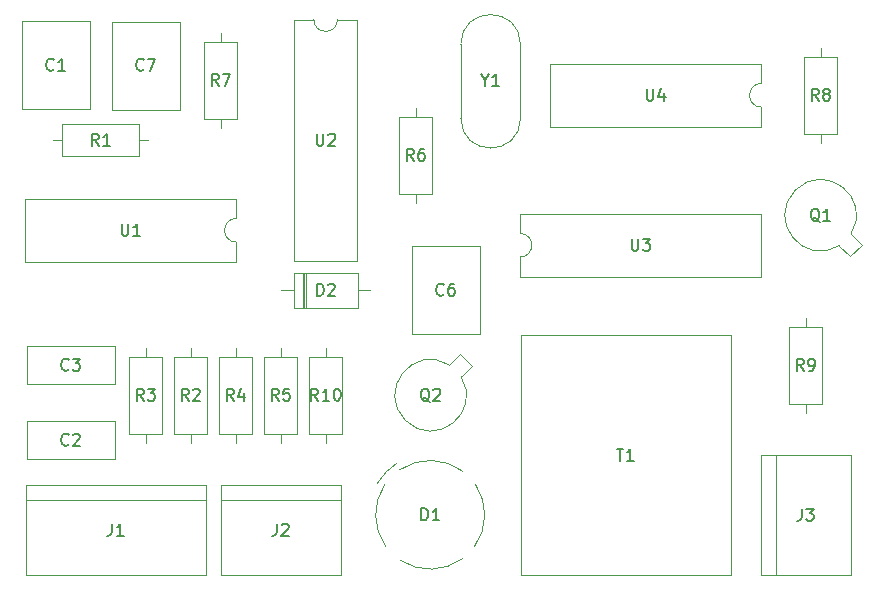
<source format=gbr>
%TF.GenerationSoftware,KiCad,Pcbnew,5.1.12-84ad8e8a86~92~ubuntu20.04.1*%
%TF.CreationDate,2022-03-12T13:00:31+01:00*%
%TF.ProjectId,DTMF 1,44544d46-2031-42e6-9b69-6361645f7063,rev?*%
%TF.SameCoordinates,Original*%
%TF.FileFunction,Legend,Top*%
%TF.FilePolarity,Positive*%
%FSLAX46Y46*%
G04 Gerber Fmt 4.6, Leading zero omitted, Abs format (unit mm)*
G04 Created by KiCad (PCBNEW 5.1.12-84ad8e8a86~92~ubuntu20.04.1) date 2022-03-12 13:00:31*
%MOMM*%
%LPD*%
G01*
G04 APERTURE LIST*
%ADD10C,0.120000*%
%ADD11C,0.150000*%
G04 APERTURE END LIST*
D10*
%TO.C,U1*%
X95310000Y-73770000D02*
X95310000Y-72120000D01*
X77410000Y-73770000D02*
X95310000Y-73770000D01*
X77410000Y-68470000D02*
X77410000Y-73770000D01*
X95310000Y-68470000D02*
X77410000Y-68470000D01*
X95310000Y-70120000D02*
X95310000Y-68470000D01*
X95310000Y-72120000D02*
G75*
G02*
X95310000Y-70120000I0J1000000D01*
G01*
%TO.C,Q1*%
X148264448Y-72344499D02*
X147352281Y-71432331D01*
X147274499Y-73334448D02*
X148264448Y-72344499D01*
X146362331Y-72422281D02*
X147274499Y-73334448D01*
X147352150Y-71432544D02*
G75*
G03*
X146362331Y-72422281I-2572150J1582544D01*
G01*
%TO.C,U2*%
X105520000Y-53280000D02*
X103870000Y-53280000D01*
X105520000Y-73720000D02*
X105520000Y-53280000D01*
X100220000Y-73720000D02*
X105520000Y-73720000D01*
X100220000Y-53280000D02*
X100220000Y-73720000D01*
X101870000Y-53280000D02*
X100220000Y-53280000D01*
X103870000Y-53280000D02*
G75*
G02*
X101870000Y-53280000I-1000000J0D01*
G01*
%TO.C,Y1*%
X119365000Y-61635000D02*
X119365000Y-55385000D01*
X114315000Y-61635000D02*
X114315000Y-55385000D01*
X119365000Y-55385000D02*
G75*
G03*
X114315000Y-55385000I-2525000J0D01*
G01*
X119365000Y-61635000D02*
G75*
G02*
X114315000Y-61635000I-2525000J0D01*
G01*
%TO.C,U4*%
X139760000Y-62340000D02*
X139760000Y-60690000D01*
X121860000Y-62340000D02*
X139760000Y-62340000D01*
X121860000Y-57040000D02*
X121860000Y-62340000D01*
X139760000Y-57040000D02*
X121860000Y-57040000D01*
X139760000Y-58690000D02*
X139760000Y-57040000D01*
X139760000Y-60690000D02*
G75*
G02*
X139760000Y-58690000I0J1000000D01*
G01*
%TO.C,U3*%
X119320000Y-69740000D02*
X119320000Y-71390000D01*
X139760000Y-69740000D02*
X119320000Y-69740000D01*
X139760000Y-75040000D02*
X139760000Y-69740000D01*
X119320000Y-75040000D02*
X139760000Y-75040000D01*
X119320000Y-73390000D02*
X119320000Y-75040000D01*
X119320000Y-71390000D02*
G75*
G02*
X119320000Y-73390000I0J-1000000D01*
G01*
%TO.C,T1*%
X119380000Y-80010000D02*
X137160000Y-80010000D01*
X137160000Y-80010000D02*
X137160000Y-100330000D01*
X137160000Y-100330000D02*
X119380000Y-100330000D01*
X119380000Y-100330000D02*
X119380000Y-80010000D01*
%TO.C,R10*%
X102870000Y-81050000D02*
X102870000Y-81820000D01*
X102870000Y-89130000D02*
X102870000Y-88360000D01*
X101500000Y-81820000D02*
X101500000Y-88360000D01*
X104240000Y-81820000D02*
X101500000Y-81820000D01*
X104240000Y-88360000D02*
X104240000Y-81820000D01*
X101500000Y-88360000D02*
X104240000Y-88360000D01*
%TO.C,R9*%
X143510000Y-78510000D02*
X143510000Y-79280000D01*
X143510000Y-86590000D02*
X143510000Y-85820000D01*
X142140000Y-79280000D02*
X142140000Y-85820000D01*
X144880000Y-79280000D02*
X142140000Y-79280000D01*
X144880000Y-85820000D02*
X144880000Y-79280000D01*
X142140000Y-85820000D02*
X144880000Y-85820000D01*
%TO.C,R8*%
X144780000Y-55650000D02*
X144780000Y-56420000D01*
X144780000Y-63730000D02*
X144780000Y-62960000D01*
X143410000Y-56420000D02*
X143410000Y-62960000D01*
X146150000Y-56420000D02*
X143410000Y-56420000D01*
X146150000Y-62960000D02*
X146150000Y-56420000D01*
X143410000Y-62960000D02*
X146150000Y-62960000D01*
%TO.C,R7*%
X93980000Y-54380000D02*
X93980000Y-55150000D01*
X93980000Y-62460000D02*
X93980000Y-61690000D01*
X92610000Y-55150000D02*
X92610000Y-61690000D01*
X95350000Y-55150000D02*
X92610000Y-55150000D01*
X95350000Y-61690000D02*
X95350000Y-55150000D01*
X92610000Y-61690000D02*
X95350000Y-61690000D01*
%TO.C,R6*%
X110490000Y-68810000D02*
X110490000Y-68040000D01*
X110490000Y-60730000D02*
X110490000Y-61500000D01*
X111860000Y-68040000D02*
X111860000Y-61500000D01*
X109120000Y-68040000D02*
X111860000Y-68040000D01*
X109120000Y-61500000D02*
X109120000Y-68040000D01*
X111860000Y-61500000D02*
X109120000Y-61500000D01*
%TO.C,R5*%
X99060000Y-89130000D02*
X99060000Y-88360000D01*
X99060000Y-81050000D02*
X99060000Y-81820000D01*
X100430000Y-88360000D02*
X100430000Y-81820000D01*
X97690000Y-88360000D02*
X100430000Y-88360000D01*
X97690000Y-81820000D02*
X97690000Y-88360000D01*
X100430000Y-81820000D02*
X97690000Y-81820000D01*
%TO.C,R4*%
X95250000Y-89130000D02*
X95250000Y-88360000D01*
X95250000Y-81050000D02*
X95250000Y-81820000D01*
X96620000Y-88360000D02*
X96620000Y-81820000D01*
X93880000Y-88360000D02*
X96620000Y-88360000D01*
X93880000Y-81820000D02*
X93880000Y-88360000D01*
X96620000Y-81820000D02*
X93880000Y-81820000D01*
%TO.C,R3*%
X87630000Y-89130000D02*
X87630000Y-88360000D01*
X87630000Y-81050000D02*
X87630000Y-81820000D01*
X89000000Y-88360000D02*
X89000000Y-81820000D01*
X86260000Y-88360000D02*
X89000000Y-88360000D01*
X86260000Y-81820000D02*
X86260000Y-88360000D01*
X89000000Y-81820000D02*
X86260000Y-81820000D01*
%TO.C,R2*%
X91440000Y-89130000D02*
X91440000Y-88360000D01*
X91440000Y-81050000D02*
X91440000Y-81820000D01*
X92810000Y-88360000D02*
X92810000Y-81820000D01*
X90070000Y-88360000D02*
X92810000Y-88360000D01*
X90070000Y-81820000D02*
X90070000Y-88360000D01*
X92810000Y-81820000D02*
X90070000Y-81820000D01*
%TO.C,R1*%
X79780000Y-63500000D02*
X80550000Y-63500000D01*
X87860000Y-63500000D02*
X87090000Y-63500000D01*
X80550000Y-64870000D02*
X87090000Y-64870000D01*
X80550000Y-62130000D02*
X80550000Y-64870000D01*
X87090000Y-62130000D02*
X80550000Y-62130000D01*
X87090000Y-64870000D02*
X87090000Y-62130000D01*
%TO.C,Q2*%
X114254499Y-81605552D02*
X113342331Y-82517719D01*
X115244448Y-82595501D02*
X114254499Y-81605552D01*
X114332281Y-83507669D02*
X115244448Y-82595501D01*
X113342544Y-82517850D02*
G75*
G03*
X114332281Y-83507669I-1582544J-2572150D01*
G01*
%TO.C,J3*%
X139700000Y-90170000D02*
X139700000Y-100330000D01*
X147320000Y-90170000D02*
X139700000Y-90170000D01*
X147320000Y-100330000D02*
X147320000Y-90170000D01*
X139700000Y-100330000D02*
X147320000Y-100330000D01*
X140970000Y-100330000D02*
X140970000Y-90170000D01*
%TO.C,J2*%
X104140000Y-92710000D02*
X93980000Y-92710000D01*
X104140000Y-100330000D02*
X104140000Y-92710000D01*
X93980000Y-100330000D02*
X104140000Y-100330000D01*
X93980000Y-92710000D02*
X93980000Y-100330000D01*
X93980000Y-93980000D02*
X104140000Y-93980000D01*
%TO.C,J1*%
X92710000Y-92710000D02*
X92710000Y-100330000D01*
X77470000Y-92710000D02*
X77470000Y-100330000D01*
X92710000Y-93980000D02*
X77470000Y-93980000D01*
X92710000Y-100330000D02*
X77470000Y-100330000D01*
X92710000Y-92710000D02*
X77470000Y-92710000D01*
%TO.C,D2*%
X100930000Y-74730000D02*
X100930000Y-77670000D01*
X101170000Y-74730000D02*
X101170000Y-77670000D01*
X101050000Y-74730000D02*
X101050000Y-77670000D01*
X106610000Y-76200000D02*
X105590000Y-76200000D01*
X99130000Y-76200000D02*
X100150000Y-76200000D01*
X105590000Y-74730000D02*
X100150000Y-74730000D01*
X105590000Y-77670000D02*
X105590000Y-74730000D01*
X100150000Y-77670000D02*
X105590000Y-77670000D01*
X100150000Y-74730000D02*
X100150000Y-77670000D01*
%TO.C,D1*%
X114474731Y-91520629D02*
G75*
G03*
X109120000Y-91410000I-2754731J-3689371D01*
G01*
X115467584Y-97908261D02*
G75*
G03*
X115570000Y-92660000I-3747584J2698261D01*
G01*
X109228533Y-99088800D02*
G75*
G03*
X114470000Y-98910000I2491467J3878800D01*
G01*
X107890569Y-92623891D02*
G75*
G03*
X107970000Y-97910000I3829431J-2586109D01*
G01*
X107265513Y-92526243D02*
G75*
G02*
X108870000Y-90860000I4454487J-2683757D01*
G01*
%TO.C,C7*%
X84760000Y-53470000D02*
X90500000Y-53470000D01*
X84760000Y-60910000D02*
X90500000Y-60910000D01*
X90500000Y-60910000D02*
X90500000Y-53470000D01*
X84760000Y-60910000D02*
X84760000Y-53470000D01*
%TO.C,C6*%
X115900000Y-79880000D02*
X110160000Y-79880000D01*
X115900000Y-72440000D02*
X110160000Y-72440000D01*
X110160000Y-72440000D02*
X110160000Y-79880000D01*
X115900000Y-72440000D02*
X115900000Y-79880000D01*
%TO.C,C3*%
X77600000Y-84170000D02*
X77600000Y-80930000D01*
X85040000Y-84170000D02*
X85040000Y-80930000D01*
X85040000Y-80930000D02*
X77600000Y-80930000D01*
X85040000Y-84170000D02*
X77600000Y-84170000D01*
%TO.C,C2*%
X77600000Y-90520000D02*
X77600000Y-87280000D01*
X85040000Y-90520000D02*
X85040000Y-87280000D01*
X85040000Y-87280000D02*
X77600000Y-87280000D01*
X85040000Y-90520000D02*
X77600000Y-90520000D01*
%TO.C,C1*%
X82880000Y-60830000D02*
X77140000Y-60830000D01*
X82880000Y-53390000D02*
X77140000Y-53390000D01*
X77140000Y-53390000D02*
X77140000Y-60830000D01*
X82880000Y-53390000D02*
X82880000Y-60830000D01*
%TO.C,U1*%
D11*
X85598095Y-70572380D02*
X85598095Y-71381904D01*
X85645714Y-71477142D01*
X85693333Y-71524761D01*
X85788571Y-71572380D01*
X85979047Y-71572380D01*
X86074285Y-71524761D01*
X86121904Y-71477142D01*
X86169523Y-71381904D01*
X86169523Y-70572380D01*
X87169523Y-71572380D02*
X86598095Y-71572380D01*
X86883809Y-71572380D02*
X86883809Y-70572380D01*
X86788571Y-70715238D01*
X86693333Y-70810476D01*
X86598095Y-70858095D01*
%TO.C,Q1*%
X144684761Y-70397619D02*
X144589523Y-70350000D01*
X144494285Y-70254761D01*
X144351428Y-70111904D01*
X144256190Y-70064285D01*
X144160952Y-70064285D01*
X144208571Y-70302380D02*
X144113333Y-70254761D01*
X144018095Y-70159523D01*
X143970476Y-69969047D01*
X143970476Y-69635714D01*
X144018095Y-69445238D01*
X144113333Y-69350000D01*
X144208571Y-69302380D01*
X144399047Y-69302380D01*
X144494285Y-69350000D01*
X144589523Y-69445238D01*
X144637142Y-69635714D01*
X144637142Y-69969047D01*
X144589523Y-70159523D01*
X144494285Y-70254761D01*
X144399047Y-70302380D01*
X144208571Y-70302380D01*
X145589523Y-70302380D02*
X145018095Y-70302380D01*
X145303809Y-70302380D02*
X145303809Y-69302380D01*
X145208571Y-69445238D01*
X145113333Y-69540476D01*
X145018095Y-69588095D01*
%TO.C,U2*%
X102108095Y-62952380D02*
X102108095Y-63761904D01*
X102155714Y-63857142D01*
X102203333Y-63904761D01*
X102298571Y-63952380D01*
X102489047Y-63952380D01*
X102584285Y-63904761D01*
X102631904Y-63857142D01*
X102679523Y-63761904D01*
X102679523Y-62952380D01*
X103108095Y-63047619D02*
X103155714Y-63000000D01*
X103250952Y-62952380D01*
X103489047Y-62952380D01*
X103584285Y-63000000D01*
X103631904Y-63047619D01*
X103679523Y-63142857D01*
X103679523Y-63238095D01*
X103631904Y-63380952D01*
X103060476Y-63952380D01*
X103679523Y-63952380D01*
%TO.C,Y1*%
X116363809Y-58396190D02*
X116363809Y-58872380D01*
X116030476Y-57872380D02*
X116363809Y-58396190D01*
X116697142Y-57872380D01*
X117554285Y-58872380D02*
X116982857Y-58872380D01*
X117268571Y-58872380D02*
X117268571Y-57872380D01*
X117173333Y-58015238D01*
X117078095Y-58110476D01*
X116982857Y-58158095D01*
%TO.C,U4*%
X130048095Y-59142380D02*
X130048095Y-59951904D01*
X130095714Y-60047142D01*
X130143333Y-60094761D01*
X130238571Y-60142380D01*
X130429047Y-60142380D01*
X130524285Y-60094761D01*
X130571904Y-60047142D01*
X130619523Y-59951904D01*
X130619523Y-59142380D01*
X131524285Y-59475714D02*
X131524285Y-60142380D01*
X131286190Y-59094761D02*
X131048095Y-59809047D01*
X131667142Y-59809047D01*
%TO.C,U3*%
X128778095Y-71842380D02*
X128778095Y-72651904D01*
X128825714Y-72747142D01*
X128873333Y-72794761D01*
X128968571Y-72842380D01*
X129159047Y-72842380D01*
X129254285Y-72794761D01*
X129301904Y-72747142D01*
X129349523Y-72651904D01*
X129349523Y-71842380D01*
X129730476Y-71842380D02*
X130349523Y-71842380D01*
X130016190Y-72223333D01*
X130159047Y-72223333D01*
X130254285Y-72270952D01*
X130301904Y-72318571D01*
X130349523Y-72413809D01*
X130349523Y-72651904D01*
X130301904Y-72747142D01*
X130254285Y-72794761D01*
X130159047Y-72842380D01*
X129873333Y-72842380D01*
X129778095Y-72794761D01*
X129730476Y-72747142D01*
%TO.C,T1*%
X127508095Y-89622380D02*
X128079523Y-89622380D01*
X127793809Y-90622380D02*
X127793809Y-89622380D01*
X128936666Y-90622380D02*
X128365238Y-90622380D01*
X128650952Y-90622380D02*
X128650952Y-89622380D01*
X128555714Y-89765238D01*
X128460476Y-89860476D01*
X128365238Y-89908095D01*
%TO.C,R10*%
X102227142Y-85542380D02*
X101893809Y-85066190D01*
X101655714Y-85542380D02*
X101655714Y-84542380D01*
X102036666Y-84542380D01*
X102131904Y-84590000D01*
X102179523Y-84637619D01*
X102227142Y-84732857D01*
X102227142Y-84875714D01*
X102179523Y-84970952D01*
X102131904Y-85018571D01*
X102036666Y-85066190D01*
X101655714Y-85066190D01*
X103179523Y-85542380D02*
X102608095Y-85542380D01*
X102893809Y-85542380D02*
X102893809Y-84542380D01*
X102798571Y-84685238D01*
X102703333Y-84780476D01*
X102608095Y-84828095D01*
X103798571Y-84542380D02*
X103893809Y-84542380D01*
X103989047Y-84590000D01*
X104036666Y-84637619D01*
X104084285Y-84732857D01*
X104131904Y-84923333D01*
X104131904Y-85161428D01*
X104084285Y-85351904D01*
X104036666Y-85447142D01*
X103989047Y-85494761D01*
X103893809Y-85542380D01*
X103798571Y-85542380D01*
X103703333Y-85494761D01*
X103655714Y-85447142D01*
X103608095Y-85351904D01*
X103560476Y-85161428D01*
X103560476Y-84923333D01*
X103608095Y-84732857D01*
X103655714Y-84637619D01*
X103703333Y-84590000D01*
X103798571Y-84542380D01*
%TO.C,R9*%
X143343333Y-83002380D02*
X143010000Y-82526190D01*
X142771904Y-83002380D02*
X142771904Y-82002380D01*
X143152857Y-82002380D01*
X143248095Y-82050000D01*
X143295714Y-82097619D01*
X143343333Y-82192857D01*
X143343333Y-82335714D01*
X143295714Y-82430952D01*
X143248095Y-82478571D01*
X143152857Y-82526190D01*
X142771904Y-82526190D01*
X143819523Y-83002380D02*
X144010000Y-83002380D01*
X144105238Y-82954761D01*
X144152857Y-82907142D01*
X144248095Y-82764285D01*
X144295714Y-82573809D01*
X144295714Y-82192857D01*
X144248095Y-82097619D01*
X144200476Y-82050000D01*
X144105238Y-82002380D01*
X143914761Y-82002380D01*
X143819523Y-82050000D01*
X143771904Y-82097619D01*
X143724285Y-82192857D01*
X143724285Y-82430952D01*
X143771904Y-82526190D01*
X143819523Y-82573809D01*
X143914761Y-82621428D01*
X144105238Y-82621428D01*
X144200476Y-82573809D01*
X144248095Y-82526190D01*
X144295714Y-82430952D01*
%TO.C,R8*%
X144613333Y-60142380D02*
X144280000Y-59666190D01*
X144041904Y-60142380D02*
X144041904Y-59142380D01*
X144422857Y-59142380D01*
X144518095Y-59190000D01*
X144565714Y-59237619D01*
X144613333Y-59332857D01*
X144613333Y-59475714D01*
X144565714Y-59570952D01*
X144518095Y-59618571D01*
X144422857Y-59666190D01*
X144041904Y-59666190D01*
X145184761Y-59570952D02*
X145089523Y-59523333D01*
X145041904Y-59475714D01*
X144994285Y-59380476D01*
X144994285Y-59332857D01*
X145041904Y-59237619D01*
X145089523Y-59190000D01*
X145184761Y-59142380D01*
X145375238Y-59142380D01*
X145470476Y-59190000D01*
X145518095Y-59237619D01*
X145565714Y-59332857D01*
X145565714Y-59380476D01*
X145518095Y-59475714D01*
X145470476Y-59523333D01*
X145375238Y-59570952D01*
X145184761Y-59570952D01*
X145089523Y-59618571D01*
X145041904Y-59666190D01*
X144994285Y-59761428D01*
X144994285Y-59951904D01*
X145041904Y-60047142D01*
X145089523Y-60094761D01*
X145184761Y-60142380D01*
X145375238Y-60142380D01*
X145470476Y-60094761D01*
X145518095Y-60047142D01*
X145565714Y-59951904D01*
X145565714Y-59761428D01*
X145518095Y-59666190D01*
X145470476Y-59618571D01*
X145375238Y-59570952D01*
%TO.C,R7*%
X93813333Y-58872380D02*
X93480000Y-58396190D01*
X93241904Y-58872380D02*
X93241904Y-57872380D01*
X93622857Y-57872380D01*
X93718095Y-57920000D01*
X93765714Y-57967619D01*
X93813333Y-58062857D01*
X93813333Y-58205714D01*
X93765714Y-58300952D01*
X93718095Y-58348571D01*
X93622857Y-58396190D01*
X93241904Y-58396190D01*
X94146666Y-57872380D02*
X94813333Y-57872380D01*
X94384761Y-58872380D01*
%TO.C,R6*%
X110323333Y-65222380D02*
X109990000Y-64746190D01*
X109751904Y-65222380D02*
X109751904Y-64222380D01*
X110132857Y-64222380D01*
X110228095Y-64270000D01*
X110275714Y-64317619D01*
X110323333Y-64412857D01*
X110323333Y-64555714D01*
X110275714Y-64650952D01*
X110228095Y-64698571D01*
X110132857Y-64746190D01*
X109751904Y-64746190D01*
X111180476Y-64222380D02*
X110990000Y-64222380D01*
X110894761Y-64270000D01*
X110847142Y-64317619D01*
X110751904Y-64460476D01*
X110704285Y-64650952D01*
X110704285Y-65031904D01*
X110751904Y-65127142D01*
X110799523Y-65174761D01*
X110894761Y-65222380D01*
X111085238Y-65222380D01*
X111180476Y-65174761D01*
X111228095Y-65127142D01*
X111275714Y-65031904D01*
X111275714Y-64793809D01*
X111228095Y-64698571D01*
X111180476Y-64650952D01*
X111085238Y-64603333D01*
X110894761Y-64603333D01*
X110799523Y-64650952D01*
X110751904Y-64698571D01*
X110704285Y-64793809D01*
%TO.C,R5*%
X98893333Y-85542380D02*
X98560000Y-85066190D01*
X98321904Y-85542380D02*
X98321904Y-84542380D01*
X98702857Y-84542380D01*
X98798095Y-84590000D01*
X98845714Y-84637619D01*
X98893333Y-84732857D01*
X98893333Y-84875714D01*
X98845714Y-84970952D01*
X98798095Y-85018571D01*
X98702857Y-85066190D01*
X98321904Y-85066190D01*
X99798095Y-84542380D02*
X99321904Y-84542380D01*
X99274285Y-85018571D01*
X99321904Y-84970952D01*
X99417142Y-84923333D01*
X99655238Y-84923333D01*
X99750476Y-84970952D01*
X99798095Y-85018571D01*
X99845714Y-85113809D01*
X99845714Y-85351904D01*
X99798095Y-85447142D01*
X99750476Y-85494761D01*
X99655238Y-85542380D01*
X99417142Y-85542380D01*
X99321904Y-85494761D01*
X99274285Y-85447142D01*
%TO.C,R4*%
X95083333Y-85542380D02*
X94750000Y-85066190D01*
X94511904Y-85542380D02*
X94511904Y-84542380D01*
X94892857Y-84542380D01*
X94988095Y-84590000D01*
X95035714Y-84637619D01*
X95083333Y-84732857D01*
X95083333Y-84875714D01*
X95035714Y-84970952D01*
X94988095Y-85018571D01*
X94892857Y-85066190D01*
X94511904Y-85066190D01*
X95940476Y-84875714D02*
X95940476Y-85542380D01*
X95702380Y-84494761D02*
X95464285Y-85209047D01*
X96083333Y-85209047D01*
%TO.C,R3*%
X87463333Y-85542380D02*
X87130000Y-85066190D01*
X86891904Y-85542380D02*
X86891904Y-84542380D01*
X87272857Y-84542380D01*
X87368095Y-84590000D01*
X87415714Y-84637619D01*
X87463333Y-84732857D01*
X87463333Y-84875714D01*
X87415714Y-84970952D01*
X87368095Y-85018571D01*
X87272857Y-85066190D01*
X86891904Y-85066190D01*
X87796666Y-84542380D02*
X88415714Y-84542380D01*
X88082380Y-84923333D01*
X88225238Y-84923333D01*
X88320476Y-84970952D01*
X88368095Y-85018571D01*
X88415714Y-85113809D01*
X88415714Y-85351904D01*
X88368095Y-85447142D01*
X88320476Y-85494761D01*
X88225238Y-85542380D01*
X87939523Y-85542380D01*
X87844285Y-85494761D01*
X87796666Y-85447142D01*
%TO.C,R2*%
X91273333Y-85542380D02*
X90940000Y-85066190D01*
X90701904Y-85542380D02*
X90701904Y-84542380D01*
X91082857Y-84542380D01*
X91178095Y-84590000D01*
X91225714Y-84637619D01*
X91273333Y-84732857D01*
X91273333Y-84875714D01*
X91225714Y-84970952D01*
X91178095Y-85018571D01*
X91082857Y-85066190D01*
X90701904Y-85066190D01*
X91654285Y-84637619D02*
X91701904Y-84590000D01*
X91797142Y-84542380D01*
X92035238Y-84542380D01*
X92130476Y-84590000D01*
X92178095Y-84637619D01*
X92225714Y-84732857D01*
X92225714Y-84828095D01*
X92178095Y-84970952D01*
X91606666Y-85542380D01*
X92225714Y-85542380D01*
%TO.C,R1*%
X83653333Y-63952380D02*
X83320000Y-63476190D01*
X83081904Y-63952380D02*
X83081904Y-62952380D01*
X83462857Y-62952380D01*
X83558095Y-63000000D01*
X83605714Y-63047619D01*
X83653333Y-63142857D01*
X83653333Y-63285714D01*
X83605714Y-63380952D01*
X83558095Y-63428571D01*
X83462857Y-63476190D01*
X83081904Y-63476190D01*
X84605714Y-63952380D02*
X84034285Y-63952380D01*
X84320000Y-63952380D02*
X84320000Y-62952380D01*
X84224761Y-63095238D01*
X84129523Y-63190476D01*
X84034285Y-63238095D01*
%TO.C,Q2*%
X111664761Y-85637619D02*
X111569523Y-85590000D01*
X111474285Y-85494761D01*
X111331428Y-85351904D01*
X111236190Y-85304285D01*
X111140952Y-85304285D01*
X111188571Y-85542380D02*
X111093333Y-85494761D01*
X110998095Y-85399523D01*
X110950476Y-85209047D01*
X110950476Y-84875714D01*
X110998095Y-84685238D01*
X111093333Y-84590000D01*
X111188571Y-84542380D01*
X111379047Y-84542380D01*
X111474285Y-84590000D01*
X111569523Y-84685238D01*
X111617142Y-84875714D01*
X111617142Y-85209047D01*
X111569523Y-85399523D01*
X111474285Y-85494761D01*
X111379047Y-85542380D01*
X111188571Y-85542380D01*
X111998095Y-84637619D02*
X112045714Y-84590000D01*
X112140952Y-84542380D01*
X112379047Y-84542380D01*
X112474285Y-84590000D01*
X112521904Y-84637619D01*
X112569523Y-84732857D01*
X112569523Y-84828095D01*
X112521904Y-84970952D01*
X111950476Y-85542380D01*
X112569523Y-85542380D01*
%TO.C,J3*%
X143176666Y-94702380D02*
X143176666Y-95416666D01*
X143129047Y-95559523D01*
X143033809Y-95654761D01*
X142890952Y-95702380D01*
X142795714Y-95702380D01*
X143557619Y-94702380D02*
X144176666Y-94702380D01*
X143843333Y-95083333D01*
X143986190Y-95083333D01*
X144081428Y-95130952D01*
X144129047Y-95178571D01*
X144176666Y-95273809D01*
X144176666Y-95511904D01*
X144129047Y-95607142D01*
X144081428Y-95654761D01*
X143986190Y-95702380D01*
X143700476Y-95702380D01*
X143605238Y-95654761D01*
X143557619Y-95607142D01*
%TO.C,J2*%
X98726666Y-95972380D02*
X98726666Y-96686666D01*
X98679047Y-96829523D01*
X98583809Y-96924761D01*
X98440952Y-96972380D01*
X98345714Y-96972380D01*
X99155238Y-96067619D02*
X99202857Y-96020000D01*
X99298095Y-95972380D01*
X99536190Y-95972380D01*
X99631428Y-96020000D01*
X99679047Y-96067619D01*
X99726666Y-96162857D01*
X99726666Y-96258095D01*
X99679047Y-96400952D01*
X99107619Y-96972380D01*
X99726666Y-96972380D01*
%TO.C,J1*%
X84756666Y-95972380D02*
X84756666Y-96686666D01*
X84709047Y-96829523D01*
X84613809Y-96924761D01*
X84470952Y-96972380D01*
X84375714Y-96972380D01*
X85756666Y-96972380D02*
X85185238Y-96972380D01*
X85470952Y-96972380D02*
X85470952Y-95972380D01*
X85375714Y-96115238D01*
X85280476Y-96210476D01*
X85185238Y-96258095D01*
%TO.C,D2*%
X102131904Y-76652380D02*
X102131904Y-75652380D01*
X102370000Y-75652380D01*
X102512857Y-75700000D01*
X102608095Y-75795238D01*
X102655714Y-75890476D01*
X102703333Y-76080952D01*
X102703333Y-76223809D01*
X102655714Y-76414285D01*
X102608095Y-76509523D01*
X102512857Y-76604761D01*
X102370000Y-76652380D01*
X102131904Y-76652380D01*
X103084285Y-75747619D02*
X103131904Y-75700000D01*
X103227142Y-75652380D01*
X103465238Y-75652380D01*
X103560476Y-75700000D01*
X103608095Y-75747619D01*
X103655714Y-75842857D01*
X103655714Y-75938095D01*
X103608095Y-76080952D01*
X103036666Y-76652380D01*
X103655714Y-76652380D01*
%TO.C,D1*%
X110981904Y-95662380D02*
X110981904Y-94662380D01*
X111220000Y-94662380D01*
X111362857Y-94710000D01*
X111458095Y-94805238D01*
X111505714Y-94900476D01*
X111553333Y-95090952D01*
X111553333Y-95233809D01*
X111505714Y-95424285D01*
X111458095Y-95519523D01*
X111362857Y-95614761D01*
X111220000Y-95662380D01*
X110981904Y-95662380D01*
X112505714Y-95662380D02*
X111934285Y-95662380D01*
X112220000Y-95662380D02*
X112220000Y-94662380D01*
X112124761Y-94805238D01*
X112029523Y-94900476D01*
X111934285Y-94948095D01*
%TO.C,C7*%
X87463333Y-57507142D02*
X87415714Y-57554761D01*
X87272857Y-57602380D01*
X87177619Y-57602380D01*
X87034761Y-57554761D01*
X86939523Y-57459523D01*
X86891904Y-57364285D01*
X86844285Y-57173809D01*
X86844285Y-57030952D01*
X86891904Y-56840476D01*
X86939523Y-56745238D01*
X87034761Y-56650000D01*
X87177619Y-56602380D01*
X87272857Y-56602380D01*
X87415714Y-56650000D01*
X87463333Y-56697619D01*
X87796666Y-56602380D02*
X88463333Y-56602380D01*
X88034761Y-57602380D01*
%TO.C,C6*%
X112863333Y-76557142D02*
X112815714Y-76604761D01*
X112672857Y-76652380D01*
X112577619Y-76652380D01*
X112434761Y-76604761D01*
X112339523Y-76509523D01*
X112291904Y-76414285D01*
X112244285Y-76223809D01*
X112244285Y-76080952D01*
X112291904Y-75890476D01*
X112339523Y-75795238D01*
X112434761Y-75700000D01*
X112577619Y-75652380D01*
X112672857Y-75652380D01*
X112815714Y-75700000D01*
X112863333Y-75747619D01*
X113720476Y-75652380D02*
X113530000Y-75652380D01*
X113434761Y-75700000D01*
X113387142Y-75747619D01*
X113291904Y-75890476D01*
X113244285Y-76080952D01*
X113244285Y-76461904D01*
X113291904Y-76557142D01*
X113339523Y-76604761D01*
X113434761Y-76652380D01*
X113625238Y-76652380D01*
X113720476Y-76604761D01*
X113768095Y-76557142D01*
X113815714Y-76461904D01*
X113815714Y-76223809D01*
X113768095Y-76128571D01*
X113720476Y-76080952D01*
X113625238Y-76033333D01*
X113434761Y-76033333D01*
X113339523Y-76080952D01*
X113291904Y-76128571D01*
X113244285Y-76223809D01*
%TO.C,C3*%
X81113333Y-82907142D02*
X81065714Y-82954761D01*
X80922857Y-83002380D01*
X80827619Y-83002380D01*
X80684761Y-82954761D01*
X80589523Y-82859523D01*
X80541904Y-82764285D01*
X80494285Y-82573809D01*
X80494285Y-82430952D01*
X80541904Y-82240476D01*
X80589523Y-82145238D01*
X80684761Y-82050000D01*
X80827619Y-82002380D01*
X80922857Y-82002380D01*
X81065714Y-82050000D01*
X81113333Y-82097619D01*
X81446666Y-82002380D02*
X82065714Y-82002380D01*
X81732380Y-82383333D01*
X81875238Y-82383333D01*
X81970476Y-82430952D01*
X82018095Y-82478571D01*
X82065714Y-82573809D01*
X82065714Y-82811904D01*
X82018095Y-82907142D01*
X81970476Y-82954761D01*
X81875238Y-83002380D01*
X81589523Y-83002380D01*
X81494285Y-82954761D01*
X81446666Y-82907142D01*
%TO.C,C2*%
X81113333Y-89257142D02*
X81065714Y-89304761D01*
X80922857Y-89352380D01*
X80827619Y-89352380D01*
X80684761Y-89304761D01*
X80589523Y-89209523D01*
X80541904Y-89114285D01*
X80494285Y-88923809D01*
X80494285Y-88780952D01*
X80541904Y-88590476D01*
X80589523Y-88495238D01*
X80684761Y-88400000D01*
X80827619Y-88352380D01*
X80922857Y-88352380D01*
X81065714Y-88400000D01*
X81113333Y-88447619D01*
X81494285Y-88447619D02*
X81541904Y-88400000D01*
X81637142Y-88352380D01*
X81875238Y-88352380D01*
X81970476Y-88400000D01*
X82018095Y-88447619D01*
X82065714Y-88542857D01*
X82065714Y-88638095D01*
X82018095Y-88780952D01*
X81446666Y-89352380D01*
X82065714Y-89352380D01*
%TO.C,C1*%
X79843333Y-57507142D02*
X79795714Y-57554761D01*
X79652857Y-57602380D01*
X79557619Y-57602380D01*
X79414761Y-57554761D01*
X79319523Y-57459523D01*
X79271904Y-57364285D01*
X79224285Y-57173809D01*
X79224285Y-57030952D01*
X79271904Y-56840476D01*
X79319523Y-56745238D01*
X79414761Y-56650000D01*
X79557619Y-56602380D01*
X79652857Y-56602380D01*
X79795714Y-56650000D01*
X79843333Y-56697619D01*
X80795714Y-57602380D02*
X80224285Y-57602380D01*
X80510000Y-57602380D02*
X80510000Y-56602380D01*
X80414761Y-56745238D01*
X80319523Y-56840476D01*
X80224285Y-56888095D01*
%TD*%
M02*

</source>
